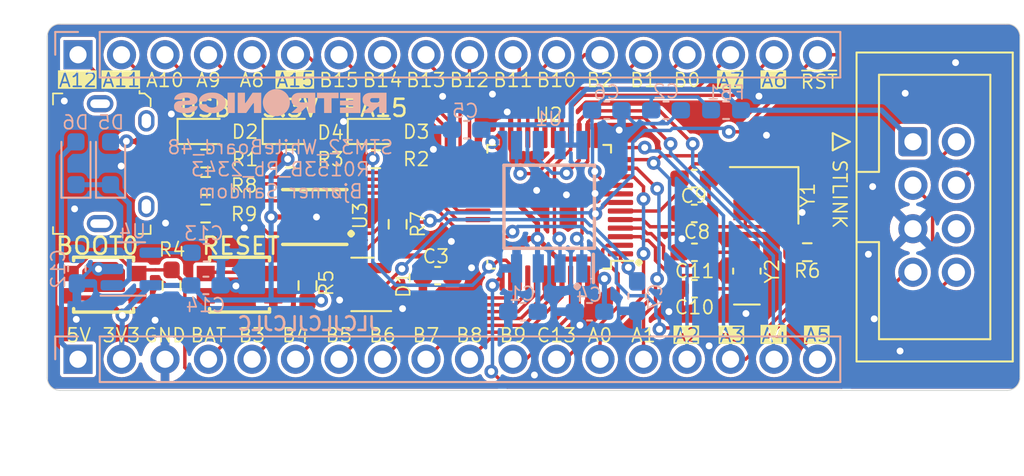
<source format=kicad_pcb>
(kicad_pcb (version 20221018) (generator pcbnew)
  (layers (0 "F.Cu" signal) (31 "B.Cu" signal) (34 "B.Paste" user) (35 "F.Paste" user) (36 "B.SilkS" user "B.Silkscreen") (37 "F.SilkS" user "F.Silkscreen") (38 "B.Mask" user) (39 "F.Mask" user) (44 "Edge.Cuts" user))
  (net 0 "")
  (net 1 "GND")
  (net 2 "+3.3V")
  (net 3 "PC13")
  (net 4 "PB15")
  (net 5 "PB14")
  (net 6 "PB13")
  (net 7 "PB12")
  (net 8 "PB11")
  (net 9 "PB10")
  (net 10 "PB9")
  (net 11 "PB8")
  (net 12 "PB7")
  (net 13 "PB6")
  (net 14 "PB5")
  (net 15 "PB4")
  (net 16 "PB2")
  (net 17 "PB1")
  (net 18 "PB0")
  (net 19 "PA0")
  (net 20 "PA1")
  (net 21 "PA8")
  (net 22 "PA9")
  (net 23 "PA10")
  (net 24 "RTC_BATT")
  (net 25 "Net-(D4-A)")
  (net 26 "VBUS")
  (net 27 "~{RESET}")
  (net 28 "PB3")
  (net 29 "PA2_TX2")
  (net 30 "PA3_RX2")
  (net 31 "+5V")
  (net 32 "Net-(D3-A)")
  (net 33 "Net-(D5-K)")
  (net 34 "Net-(U2-3V3A)")
  (net 35 "Net-(U2-VBAT)")
  (net 36 "Net-(U2-OSC_8M_A)")
  (net 37 "Net-(U2-OSC_8M_B)")
  (net 38 "Net-(U2-OSC32K_A)")
  (net 39 "Net-(U2-OSC32K_B)")
  (net 40 "Net-(J2-D-)")
  (net 41 "Net-(J2-D+)")
  (net 42 "Net-(U2-BOOT0)")
  (net 43 "Net-(D2-A)")
  (net 45 "PA13_SWDIO")
  (net 46 "PA14_SWCLK")
  (net 47 "PA15_LED")
  (net 48 "PA12_USB+")
  (net 49 "PA11_USB-")
  (net 50 "PA7_MOSI1")
  (net 51 "PA6_MISO1")
  (net 52 "PA5_SCK1")
  (net 53 "PA4_CS")
  (net 54 "Net-(U4-BYP)")
  (net 55 "Net-(U2-PA12_USB+)")
  (net 56 "Net-(U2-PA11_USB-)")
  (footprint "LED_SMD:LED_0603_1608Metric_Pad1.05x0.95mm_HandSolder" (layer "F.Cu") (at 107.4725 54.48)
    (fp_text reference "D2")
    (fp_text value "\"USB\"")
  )
  (footprint "Resistor_SMD:R_0603_1608Metric_Pad0.98x0.95mm_HandSolder" (layer "F.Cu") (at 107.45 56.06 180)
    (fp_text reference "R1")
    (fp_text value "1kΩ")
  )
  (footprint "Capacitor_SMD:C_0603_1608Metric_Pad1.08x0.95mm_HandSolder" (layer "F.Cu") (at 135.995 63.665 180)
    (fp_text reference "C10")
    (fp_text value "20pF")
  )
  (footprint "Resistor_SMD:R_0603_1608Metric_Pad0.98x0.95mm_HandSolder" (layer "F.Cu") (at 113.4 63.475 -90)
    (fp_text reference "R5")
    (fp_text value "10kΩ")
  )
  (footprint "Resistor_SMD:R_0603_1608Metric_Pad0.98x0.95mm_HandSolder" (layer "F.Cu") (at 112.41875 56.06 180)
    (fp_text reference "R3")
    (fp_text value "330Ω")
  )
  (footprint "Retronics_Switches:SKTHACE010" (layer "F.Cu") (at 109.431666 63.425 180)
    (fp_text reference "SW2" hide)
    (fp_text value "RESET" hide)
  )
  (footprint "Crystal:Crystal_SMD_MicroCrystal_CC8V-T1A-2Pin_2.0x1.2mm_HandSoldering" (layer "F.Cu") (at 139.055 62.635 90)
    (fp_text reference "Y2")
    (fp_text value "CM8V-T1A-32.768KHZ-12.5PF")
  )
  (footprint "Crystal:Crystal_SMD_3225-4Pin_3.2x2.5mm" (layer "F.Cu") (at 140.065 58.210833 180)
    (fp_text reference "Y1")
    (fp_text value "XC32M4-8.000")
  )
  (footprint "Capacitor_SMD:C_0603_1608Metric_Pad1.08x0.95mm_HandSolder" (layer "F.Cu") (at 121 62.9 180)
    (fp_text reference "C3")
    (fp_text value "100nF")
  )
  (footprint "Resistor_SMD:R_0603_1608Metric_Pad0.98x0.95mm_HandSolder" (layer "F.Cu") (at 117.3875 56.1 180)
    (fp_text reference "R2")
    (fp_text value "330Ω")
  )
  (footprint "Connector_IDC:IDC-Header_2x04_P2.54mm_Vertical" (layer "F.Cu") (at 148.75 55.08)
    (fp_text reference "J1" hide)
    (fp_text value "SWDIO+Serial")
  )
  (footprint "Capacitor_SMD:C_0603_1608Metric_Pad1.08x0.95mm_HandSolder" (layer "F.Cu") (at 135.9825 57.235 180)
    (fp_text reference "C9")
    (fp_text value "20pF")
  )
  (footprint "LED_SMD:LED_0603_1608Metric_Pad1.05x0.95mm_HandSolder" (layer "F.Cu") (at 112.44125 54.48)
    (fp_text reference "D4")
    (fp_text value "\"3V3\"")
  )
  (footprint "Retronics_IC:USBLC6-2SC6" (layer "F.Cu") (at 113.85 59.475 180)
    (fp_text reference "U3")
    (fp_text value "USBLC6-2P6" hide)
  )
  (footprint "Package_QFP:LQFP-48_7x7mm_P0.5mm" (layer "F.Cu") (at 127.511555 58.875109 180)
    (fp_text reference "U2")
    (fp_text value "STM32F103CBTx")
  )
  (footprint "Package_TO_SOT_SMD:SOT-23" (layer "F.Cu") (at 116.6075 63.41 180)
    (fp_text reference "D1")
    (fp_text value "BAT54C")
  )
  (footprint "Capacitor_SMD:C_0603_1608Metric_Pad1.08x0.95mm_HandSolder" (layer "F.Cu") (at 135.995 61.535)
    (fp_text reference "C11")
    (fp_text value "20pF")
  )
  (footprint "Capacitor_SMD:C_0603_1608Metric_Pad1.08x0.95mm_HandSolder" (layer "F.Cu") (at 135.9825 59.268333 180)
    (fp_text reference "C8")
    (fp_text value "20pF")
  )
  (footprint "Retronics_Switches:SKTHACE010" (layer "F.Cu") (at 101.495 63.425 180)
    (fp_text reference "SW1" hide)
    (fp_text value "BOOT0" hide)
  )
  (footprint "Resistor_SMD:R_0603_1608Metric_Pad0.98x0.95mm_HandSolder" (layer "F.Cu") (at 107.45 57.66 180)
    (fp_text reference "R8")
    (fp_text value "20Ω")
  )
  (footprint "LED_SMD:LED_0603_1608Metric_Pad1.05x0.95mm_HandSolder" (layer "F.Cu") (at 117.41 54.48)
    (fp_text reference "D3")
    (fp_text value "\"PA15\"")
  )
  (footprint "Resistor_SMD:R_0603_1608Metric_Pad0.98x0.95mm_HandSolder" (layer "F.Cu") (at 107.45 59.27 180)
    (fp_text reference "R9")
    (fp_text value "20Ω")
  )
  (footprint "Retronics_Connectors:USB_Micro_B_Female_10118194-0001LF" (layer "F.Cu") (at 103.99 56.36 -90)
    (fp_text reference "J2" hide)
    (fp_text value "USB_B_Micro")
  )
  (footprint "Resistor_SMD:R_0603_1608Metric_Pad0.98x0.95mm_HandSolder" (layer "F.Cu") (at 142.58 61.53 180)
    (fp_text reference "R6")
    (fp_text value "1MΩ")
  )
  (footprint "Resistor_SMD:R_0603_1608Metric_Pad0.98x0.95mm_HandSolder" (layer "F.Cu") (at 118.6625 59.9 90)
    (fp_text reference "R7")
    (fp_text value "1.5kΩ")
  )
  (footprint "Resistor_SMD:R_0603_1608Metric_Pad0.98x0.95mm_HandSolder" (layer "F.Cu") (at 105.463333 63.475 90)
    (fp_text reference "R4")
    (fp_text value "10kΩ")
  )
  (footprint "Icons_Graphics:retronics_logo_14mm" (layer "B.Cu") (at 111.806672 52.775 180)
    (fp_text reference "G***" hide)
    (fp_text value "LOGO" hide)
  )
  (footprint "Diode_SMD:D_SOD-323_HandSoldering" (layer "B.Cu") (at 101.9 56.3375 90)
    (fp_text reference "D5")
    (fp_text value "B0520WS")
  )
  (footprint "Capacitor_SMD:C_0603_1608Metric_Pad1.08x0.95mm_HandSolder" (layer "B.Cu") (at 132.645 64.095 90)
    (fp_text reference "C7")
    (fp_text value "100nF")
  )
  (footprint "Connector_PinHeader_2.54mm:PinHeader_1x18_P2.54mm_Vertical" (layer "B.Cu") (at 100 67.78 -90)
    (fp_text reference "J4" hide)
    (fp_text value "Header1")
  )
  (footprint "Inductor_SMD:L_0603_1608Metric_Pad1.05x0.95mm_HandSolder" (layer "B.Cu") (at 137.84 53.24)
    (fp_text reference "FB1")
    (fp_text value "Ferrite_Bead_Small")
  )
  (footprint "Capacitor_SMD:C_0603_1608Metric_Pad1.08x0.95mm_HandSolder" (layer "B.Cu") (at 134.335 53.245 180)
    (fp_text reference "C2")
    (fp_text value "10µF")
  )
  (footprint "Capacitor_SMD:C_0603_1608Metric_Pad1.08x0.95mm_HandSolder" (layer "B.Cu") (at 130.8725 53.245 180)
    (fp_text reference "C6")
    (fp_text value "100nF")
  )
  (footprint "Capacitor_SMD:C_0603_1608Metric_Pad1.08x0.95mm_HandSolder" (layer "B.Cu") (at 129.865 65.005 180)
    (fp_text reference "C4")
    (fp_text value "100nF")
  )
  (footprint "Connector_PinHeader_2.54mm:PinHeader_1x18_P2.54mm_Vertical" (layer "B.Cu") (at 100 50 -90)
    (fp_text reference "J3" hide)
    (fp_text value "Header2")
  )
  (footprint "Capacitor_SMD:C_0603_1608Metric_Pad1.08x0.95mm_HandSolder" (layer "B.Cu") (at 99.93 62.49 90)
    (fp_text reference "C12")
    (fp_text value "10µF")
  )
  (footprint "Capacitor_SMD:C_0603_1608Metric_Pad1.08x0.95mm_HandSolder" (layer "B.Cu") (at 125.985 65.005)
    (fp_text reference "C1")
    (fp_text value "100nF")
  )
  (footprint "Package_TO_SOT_SMD:SOT-23-5" (layer "B.Cu") (at 103.1175 62.51)
    (fp_text reference "U4")
    (fp_text value "LD3985M33R_SOT23")
  )
  (footprint "Diode_SMD:D_SOD-323_HandSoldering" (layer "B.Cu") (at 99.88 56.3375 90)
    (fp_text reference "D6")
    (fp_text value "B0520WS")
  )
  (footprint "Capacitor_SMD:C_0603_1608Metric_Pad1.08x0.95mm_HandSolder" (layer "B.Cu") (at 122.6875 54.375 180)
    (fp_text reference "C5")
    (fp_text value "100nF")
  )
  (footprint "Retronics_Memory:W25Q32JVSSIQ" (layer "B.Cu") (at 127.511555 58.875109 90)
    (fp_text reference "U1")
    (fp_text value "W25Q32JVSSIQ" hide)
  )
  (footprint "Capacitor_SMD:C_0603_1608Metric_Pad1.08x0.95mm_HandSolder" (layer "B.Cu") (at 107.4675 63.47 180)
    (fp_text reference "C14")
    (fp_text value "1µF")
  )
  (footprint "Capacitor_SMD:C_0603_1608Metric_Pad1.08x0.95mm_HandSolder" (layer "B.Cu") (at 107.4875 61.56 180)
    (fp_text reference "C13")
    (fp_text value "10nF")
  )
  (gr_line (start 98.2 48.95) (end 98.2 68.85) (stroke (width 0.05)) (layer "Edge.Cuts"))
  (gr_arc (start 154.25 48.2) (mid 154.78033 48.41967) (end 155 48.95) (stroke (width 0.05)) (layer "Edge.Cuts"))
  (gr_arc (start 98.95 69.6) (mid 98.41967 69.38033) (end 98.2 68.85) (stroke (width 0.05)) (layer "Edge.Cuts"))
  (gr_line (start 98.95 69.6) (end 154.25 69.6) (stroke (width 0.05)) (layer "Edge.Cuts"))
  (gr_arc (start 98.2 48.95) (mid 98.41967 48.41967) (end 98.95 48.2) (stroke (width 0.05)) (layer "Edge.Cuts"))
  (gr_line (start 155 68.85) (end 155 48.95) (stroke (width 0.05)) (layer "Edge.Cuts"))
  (gr_line (start 154.25 48.2) (end 98.95 48.2) (stroke (width 0.05)) (layer "Edge.Cuts"))
  (gr_arc (start 155 68.85) (mid 154.78033 69.38033) (end 154.25 69.6) (stroke (width 0.05)) (layer "Edge.Cuts"))
  (gr_text "JLCJLCJLCJLC" (at 117.659286 66.175) (layer "B.SilkS") (effects (font (size 0.8 0.8) (thickness 0.15) bold) (justify left bottom mirror)))
  (gr_text "." (at 129.7 63.8) (layer "B.SilkS") (effects (font (size 1.5 1.5) (thickness 0.3) bold) (justify left bottom mirror)))
  (gr_text locked "STM32_WhiteBoard_48\nR0153B_Pb_2343\nBjørner Sandom\n" (at 111.81 56.69) (layer "B.SilkS") (effects (font (size 0.8 0.8) (thickness 0.1)) (justify mirror)))
  (gr_text "A7" (at 137.306191 51.95) (layer "F.SilkS" knockout) (effects (font (size 0.8 0.8) (thickness 0.1)) (justify left bottom)))
  (gr_text "B5" (at 114.389048 66.85) (layer "F.SilkS") (effects (font (size 0.8 0.8) (thickness 0.1)) (justify left bottom)))
  (gr_text "B14" (at 116.548095 51.95) (layer "F.SilkS") (effects (font (size 0.8 0.8) (thickness 0.1)) (justify left bottom)))
  (gr_text "A3" (at 137.4 66.85) (layer "F.SilkS" knockout) (effects (font (size 0.8 0.8) (thickness 0.1)) (justify left bottom)))
  (gr_text "A9" (at 106.826191 51.95) (layer "F.SilkS") (effects (font (size 0.8 0.8) (thickness 0.1)) (justify left bottom)))
  (gr_text "STLINK" (at 144 56.05 -90) (layer "F.SilkS") (effects (font (size 0.8 0.8) (thickness 0.1)) (justify left bottom)))
  (gr_text "B10" (at 126.708095 51.95) (layer "F.SilkS") (effects (font (size 0.8 0.8) (thickness 0.1)) (justify left bottom)))
  (gr_text "GND" (at 103.790953 66.85) (layer "F.SilkS") (effects (font (size 0.8 0.8) (thickness 0.1)) (justify left bottom)))
  (gr_text "PA15" (at 115.381548 53.7) (layer "F.SilkS") (effects (font (size 1 1)) (justify left bottom)))
  (gr_text "A15" (at 111.525238 51.95) (layer "F.SilkS" knockout) (effects (font (size 0.8 0.8) (thickness 0.1)) (justify left bottom)))
  (gr_text "A1" (at 132.226191 66.85) (layer "F.SilkS") (effects (font (size 0.8 0.8) (thickness 0.1)) (justify left bottom)))
  (gr_text "BOOT0" (at 98.62 61.75) (layer "F.SilkS") (effects (font (size 1 1)) (justify left bottom)))
  (gr_text "B3" (at 109.309048 66.85) (layer "F.SilkS") (effects (font (size 0.8 0.8) (thickness 0.1)) (justify left bottom)))
  (gr_text "A11" (at 101.365238 51.95) (layer "F.SilkS" knockout) (effects (font (size 0.8 0.8) (thickness 0.1)) (justify left bottom)))
  (gr_text "B12" (at 121.628095 51.95) (layer "F.SilkS") (effects (font (size 0.8 0.8) (thickness 0.1)) (justify left bottom)))
  (gr_text "~{RST}" (at 142.125 52.05) (layer "F.SilkS") (effects (font (size 0.8 0.8) (thickness 0.1)) (justify left bottom)))
  (gr_text "RESET" (at 107.15 61.75) (layer "F.SilkS") (effects (font (size 1 1)) (justify left bottom)))
  (gr_text "USB" (at 105.825 53.71) (layer "F.SilkS") (effects (font (size 1 1)) (justify left bottom)))
  (gr_text "A5" (at 142.386191 66.85) (layer "F.SilkS" knockout) (effects (font (size 0.8 0.8) (thickness 0.1)) (justify left bottom)))
  (gr_text "B1" (at 132.169048 51.95) (layer "F.SilkS") (effects (font (size 0.8 0.8) (thickness 0.1)) (justify left bottom)))
  (gr_text "B0" (at 134.709048 51.95) (layer "F.SilkS") (effects (font (size 0.8 0.8) (thickness 0.1)) (justify left bottom)))
  (gr_text "3V3" (at 101.365238 66.85) (layer "F.SilkS") (effects (font (size 0.8 0.8) (thickness 0.1)) (justify left bottom)))
  (gr_text locked "3.3V" (at 110.674703 53.71) (layer "F.SilkS") (effects (font (size 1 1)) (justify left bottom)))
  (gr_text "A0" (at 129.686191 66.85) (layer "F.SilkS") (effects (font (size 0.8 0.8) (thickness 0.1)) (justify left bottom)))
  (gr_text "B4" (at 111.849048 66.85) (layer "F.SilkS") (effects (font (size 0.8 0.8) (thickness 0.1)) (justify left bottom)))
  (gr_text "A6" (at 139.846191 51.95) (layer "F.SilkS" knockout) (effects (font (size 0.8 0.8) (thickness 0.1)) (justify left bottom)))
  (gr_text "B6" (at 116.929048 66.85) (layer "F.SilkS") (effects (font (size 0.8 0.8) (thickness 0.1)) (justify left bottom)))
  (gr_text "B11" (at 124.168095 51.95) (layer "F.SilkS") (effects (font (size 0.8 0.8) (thickness 0.1)) (justify left bottom)))
  (gr_text "B15" (at 114.008095 51.95) (layer "F.SilkS") (effects (font (size 0.8 0.8) (thickness 0.1)) (justify left bottom)))
  (gr_text "." (at 132.2 62.4) (layer "F.SilkS") (effects (font (size 1.5 1.5) (thickness 0.3) bold) (justify left bottom)))
  (gr_text "A4" (at 139.846191 66.85) (layer "F.SilkS" knockout) (effects (font (size 0.8 0.8) (thickness 0.1)) (justify left bottom)))
  (gr_text "B13" (at 119.088095 51.95) (layer "F.SilkS") (effects (font (size 0.8 0.8) (thickness 0.1)) (justify left bottom)))
  (gr_text "B7" (at 119.469048 66.85) (layer "F.SilkS") (effects (font (size 0.8 0.8) (thickness 0.1)) (justify left bottom)))
  (gr_text "B2" (at 129.629048 51.95) (layer "F.SilkS") (effects (font (size 0.8 0.8) (thickness 0.1)) (justify left bottom)))
  (gr_text "B8" (at 122.009048 66.85) (layer "F.SilkS") (effects (font (size 0.8 0.8) (thickness 0.1)) (justify left bottom)))
  (gr_text "B9" (at 124.549048 66.85) (layer "F.SilkS") (effects (font (size 0.8 0.8) (thickness 0.1)) (justify left bottom)))
  (gr_text "A10" (at 103.905238 51.95) (layer "F.SilkS") (effects (font (size 0.8 0.8) (thickness 0.1)) (justify left bottom)))
  (gr_text "C13" (at 126.708095 66.85) (layer "F.SilkS") (effects (font (size 0.8 0.8) (thickness 0.1)) (justify left bottom)))
  (gr_text locked "5V" (at 99.25 66.85) (layer "F.SilkS") (effects (font (size 0.8 0.8) (thickness 0.1)) (justify left bottom)))
  (gr_text "A2" (at 134.766191 66.85) (layer "F.SilkS" knockout) (effects (font (size 0.8 0.8) (thickness 0.1)) (justify left bottom)))
  (gr_text "A8" (at 109.366191 51.95) (layer "F.SilkS") (effects (font (size 0.8 0.8) (thickness 0.1)) (justify left bottom)))
  (gr_text "A12" (at 98.825238 51.95) (layer "F.SilkS" knockout) (effects (font (size 0.8 0.8) (thickness 0.1)) (justify left bottom)))
  (gr_text "BAT" (at 106.502381 66.85) (layer "F.SilkS") (effects (font (size 0.8 0.8) (thickness 0.1)) (justify left bottom)))
  (segment (start 136.845 59.268333) (end 136.845 57.235) (width 0.2) (layer "F.Cu") (net 1))
  (segment (start 135.1325 63.665) (end 135.1325 64.3675) (width 0.2) (layer "F.Cu") (net 1))
  (segment (start 116.8125 54.495) (end 116.7975 54.48) (width 0.2) (layer "F.Cu") (net 1))
  (segment (start 125.261555 53.54) (end 125.062055 53.3405) (width 0.2) (layer "F.Cu") (net 1))
  (segment (start 115.5 53.9) (end 116.08 54.48) (width 0.2) (layer "F.Cu") (net 1))
  (segment (start 141.314167 59.21) (end 141.165 59.060833) (width 0.2) (layer "F.Cu") (net 1))
  (segment (start 139.440736 57.360833) (end 141.140736 59.060833) (width 0.2) (layer "F.Cu") (net 1))
  (segment (start 136.845 57.235) (end 138.839167 57.235) (width 0.2) (layer "F.Cu") (net 1))
  (segment (start 116.08 54.48) (end 116.535 54.48) (width 0.2) (layer "F.Cu") (net 1))
  (segment (start 106.5975 54.48) (end 106.47 54.48) (width 0.2) (layer "F.Cu") (net 1))
  (segment (start 141.140736 59.060833) (end 141.165 59.060833) (width 0.2) (layer "F.Cu") (net 1))
  (segment (start 142.28 59.21) (end 141.314167 59.21) (width 0.2) (layer "F.Cu") (net 1))
  (segment (start 129.31 65.79) (end 129.761555 65.338445) (width 0.2) (layer "F.Cu") (net 1))
  (segment (start 121.8 60.9) (end 122.025109 61.125109) (width 0.2) (layer "F.Cu") (net 1))
  (segment (start 135.1325 61.535) (end 135.1325 60.870333) (width 0.2) (layer "F.Cu") (net 1))
  (segment (start 135.1325 64.3675) (end 134.5 65) (width 0.2) (layer "F.Cu") (net 1))
  (segment (start 125.261555 54.712609) (end 125.261555 53.54) (width 0.2) (layer "F.Cu") (net 1))
  (segment (start 130.215109 58.125109) (end 130.19 58.1) (width 0.2) (layer "F.Cu") (net 1))
  (segment (start 129.761555 65.338445) (end 129.761555 63.037609) (width 0.2) (layer "F.Cu") (net 1))
  (segment (start 115.1 59.475) (end 113.925 59.475) (width 0.2) (layer "F.Cu") (net 1))
  (segment (start 103.99 57.66) (end 103.99 57.01) (width 0.2) (layer "F.Cu") (net 1))
  (segment (start 103.03 57.01) (end 103.99 57.01) (width 0.2) (layer "F.Cu") (net 1))
  (segment (start 131.674055 58.125109) (end 130.215109 58.125109) (width 0.2) (layer "F.Cu") (net 1))
  (segment (start 135.1325 60.870333) (end 135.26 60.742833) (width 0.2) (layer "F.Cu") (net 1))
  (segment (start 138.839167 57.235) (end 138.965 57.360833) (width 0.2) (layer "F.Cu") (net 1))
  (segment (start 106.47 54.48) (end 105.45 53.46) (width 0.2) (layer "F.Cu") (net 1))
  (segment (start 102.52 56.5) (end 103.03 57.01) (width 0.2) (layer "F.Cu") (net 1))
  (segment (start 138.965 57.360833) (end 139.440736 57.360833) (width 0.2) (layer "F.Cu") (net 1))
  (segment (start 122.025109 61.125109) (end 123.349055 61.125109) (width 0.2) (layer "F.Cu") (net 1))
  (via (at 120.75 55.525) (size 0.8) (drill 0.4) (layers "F.Cu" "B.Cu") (net 1))
  (via (at 136.85 67) (size 0.8) (drill 0.4) (layers "F.Cu" "B.Cu") (net 1))
  (via (at 139.76 52.42) (size 0.8) (drill 0.4) (layers "F.Cu" "B.Cu") (net 1))
  (via (at 146.49 65.42) (size 0.8) (drill 0.4) (layers "F.Cu" "B.Cu") (net 1))
  (via (at 125.062055 53.3405) (size 0.8) (drill 0.4) (layers "F.Cu" "B.Cu") (net 1))
  (via (at 151.24 50.46) (size 0.8) (drill 0.4) (layers "F.Cu" "B.Cu") (net 1))
  (via (at 118.95 64.825) (size 0.8) (drill 0.4) (layers "F.Cu" "B.Cu") (net 1))
  (via (at 142.28 59.21) (size 0.8) (drill 0.4) (layers "F.Cu" "B.Cu") (net 1))
  (via (at 115.275 64.325) (size 0.8) (drill 0.4) (layers "F.Cu" "B.Cu") (net 1))
  (via (at 148.3 52.25) (size 0.8) (drill 0.4) (layers "F.Cu" "B.Cu") (net 1))
  (via (at 121.8 60.9) (size 0.8) (drill 0.4) (layers "F.Cu" "B.Cu") (net 1))
  (via (at 135.26 60.742833) (size 0.8) (drill 0.4) (layers "F.Cu" "B.Cu") (net 1))
  (via (at 121.29 52.43) (size 0.8) (drill 0.4) (layers "F.Cu" "B.Cu") (net 1))
  (via (at 115.5 53.9) (size 0.8) (drill 0.4) (layers "F.Cu" "B.Cu") (net 1))
  (via (at 134.5 65) (size 0.8) (drill 0.4) (layers "F.Cu" "B.Cu") (net 1))
  (via (at 139 65.11) (size 0.8) (drill 0.4) (layers "F.Cu" "B.Cu") (net 1))
  (via (at 129.31 65.79) (size 0.8) (drill 0.4) (layers "F.Cu" "B.Cu") (net 1))
  (via (at 105.11 59.83) (size 0.8) (drill 0.4) (layers "F.Cu" "B.Cu") (net 1))
  (via (at 126.65 68.7) (size 0.8) (drill 0.4) (layers "F.Cu" "B.Cu") (net 1))
  (via (at 101.1945 62.51) (size 0.8) (drill 0.4) (layers "F.Cu" "B.Cu") (net 1))
  (via (at 99.8 59) (size 0.8) (drill 0.4) (layers "F.Cu" "B.Cu") (net 1))
  (via (at 109.71 60.11) (size 0.8) (drill 0.4) (layers "F.Cu" "B.Cu") (net 1))
  (via (at 131.6 54.4) (size 0.8) (drill 0.4) (layers "F.Cu" "B.Cu") (net 1))
  (via (at 126.78 57.92) (size 0.8) (drill 0.4) (layers "F.Cu" "B.Cu") (net 1))
  (via (at 102.52 56.5) (size 0.8) (drill 0.4) (layers "F.Cu" "B.Cu") (net 1))
  (via (at 99.9 65.45) (size 0.8) (drill 0.4) (layers "F.Cu" "B.Cu") (net 1))
  (via (at 146.15 61.65) (size 0.8) (drill 0.4) (layers "F.Cu" "B.Cu") (net 1))
  (via (at 104.5 65.5) (size 0.8) (drill 0.4) (layers "F.Cu" "B.Cu") (net 1))
  (via (at 146.4 57.7) (size 0.8) (drill 0.4) (layers "F.Cu" "B.Cu") (net 1))
  (via (at 128.5195 58.18) (size 0.8) (drill 0.4) (layers "F.Cu" "B.Cu") (net 1))
  (via (at 122.98 62.44) (size 0.8) (drill 0.4) (layers "F.Cu" "B.Cu") (net 1))
  (via (at 124.2 52.3) (size 0.8) (drill 0.4) (layers "F.Cu" "B.Cu") (net 1))
  (via (at 99.2 52.7) (size 0.8) (drill 0.4) (layers "F.Cu" "B.Cu") (net 1))
  (via (at 140.2 54.7) (size 0.8) (drill 0.4) (layers "F.Cu" "B.Cu") (net 1))
  (via (at 148 67.3) (size 0.8) (drill 0.4) (layers "F.Cu" "B.Cu") (net 1))
  (via (at 109.22 63.5) (size 0.8) (drill 0.4) (layers "F.Cu" "B.Cu") (net 1))
  (via (at 105.45 53.46) (size 0.8) (drill 0.4) (layers "F.Cu" "B.Cu") (net 1))
  (via (at 130.19 58.1) (size 0.8) (drill 0.4) (layers "F.Cu" "B.Cu") (net 1))
  (via (at 113.925 59.475) (size 0.8) (drill 0.4) (layers "F.Cu" "B.Cu") (net 1))
  (segment (start 100.7725 62.51) (end 99.93 63.3525) (width 0.2) (layer "B.Cu") (net 1))
  (segment (start 125.606555 62.475109) (end 125.575 62.506664) (width 0.2) (layer "B.Cu") (net 1))
  (segment (start 134.4225 54.02) (end 135.1975 53.245) (width 0.2) (layer "B.Cu") (net 1))
  (segment (start 129.0025 65.4825) (end 129.31 65.79) (width 0.2) (layer "B.Cu") (net 1))
  (segment (start 108.35 61.56) (end 108.35 63.45) (width 0.2) (layer "B.Cu") (net 1))
  (segment (start 100.91 62.51) (end 100.9 62.5) (width 0.2) (layer "B.Cu") (net 1))
  (segment (start 99.93 63.3525) (end 99.93 65.42) (width 0.5) (layer "B.Cu") (net 1))
  (segment (start 108.35 63.45) (end 108.33 63.47) (width 0.2) (layer "B.Cu") (net 1))
  (segment (start 131.735 53.245) (end 131.735 54.265) (width 0.2) (layer "B.Cu") (net 1))
  (segment (start 131.735 53.245) (end 132.51 54.02) (width 0.2) (layer "B.Cu") (net 1))
  (segment (start 100.9 62.5) (end 100.89 62.51) (width 0.2) (layer "B.Cu") (net 1))
  (segment (start 99.93 65.42) (end 99.9 65.45) (width 0.5) (layer "B.Cu") (net 1))
  (segment (start 132.51 54.02) (end 134.4225 54.02) (width 0.2) (layer "B.Cu") (net 1))
  (segment (start 100.89 62.51) (end 100.7725 62.51) (width 0.2) (layer "B.Cu") (net 1))
  (segment (start 129.0025 65.005) (end 129.0025 65.4825) (width 0.2) (layer "B.Cu") (net 1))
  (segment (start 131.735 54.265) (end 131.6 54.4) (width 0.2) (layer "B.Cu") (net 1))
  (segment (start 125.575 64.5525) (end 125.1225 65.005) (width 0.2) (layer "B.Cu") (net 1))
  (segment (start 125.575 62.506664) (end 125.575 64.5525) (width 0.2) (layer "B.Cu") (net 1))
  (segment (start 101.98 62.51) (end 100.91 62.51) (width 0.2) (layer "B.Cu") (net 1))
  (segment (start 118.6625 60.8125) (end 118.6625 61.7375) (width 0.3) (layer "F.Cu") (net 2))
  (segment (start 130.261555 62.199067) (end 130.261555 63.037609) (width 0.3) (layer "F.Cu") (net 2))
  (segment (start 118.2675 61.7375) (end 117.545 62.46) (width 0.3) (layer "F.Cu") (net 2))
  (segment (start 121.8625 62.9) (end 121.8625 61.7875) (width 0.3) (layer "F.Cu") (net 2))
  (segment (start 112.6 59.475) (end 111.275 59.475) (width 0.3) (layer "F.Cu") (net 2))
  (segment (start 124.834535 55.754535) (end 124.185 55.105) (width 0.3) (layer "F.Cu") (net 2))
  (segment (start 114.2 63.435392) (end 115.175392 62.46) (width 0.3) (layer "F.Cu") (net 2))
  (segment (start 126.83 60.729) (end 126.83 59.85) (width 0.3) (layer "F.Cu") (net 2))
  (segment (start 119.575 61.75) (end 118.65 61.75) (width 0.3) (layer "F.Cu") (net 2))
  (segment (start 114.2 64.35) (end 113.4375 64.35) (width 0.3) (layer "F.Cu") (net 2))
  (segment (start 119.575 61.75) (end 121.825 61.75) (width 0.3) (layer "F.Cu") (net 2))
  (segment (start 124.784104 61.0795) (end 124.238495 61.625109) (width 0.3) (layer "F.Cu") (net 2))
  (segment (start 124.834535 57.854535) (end 124.834535 55.754535) (width 0.3) (layer "F.Cu") (net 2))
  (segment (start 125.9885 61.0795) (end 126.339 60.729) (width 0.3) (layer "F.Cu") (net 2))
  (segment (start 118.6625 61.7375) (end 118.65 61.75) (width 0.3) (layer "F.Cu") (net 2))
  (segment (start 121.8625 61.7875) (end 121.825 61.75) (width 0.3) (layer "F.Cu") (net 2))
  (segment (start 128.0315 61.9305) (end 129.992988 61.9305) (width 0.3) (layer "F.Cu") (net 2))
  (segment (start 124.761555 54.712609) (end 124.577391 54.712609) (width 0.3) (layer "F.Cu") (net 2))
  (segment (start 113.4375 64.35) (end 113.4 64.3875) (width 0.3) (layer "F.Cu") (net 2))
  (segment (start 121.825 61.75) (end 122.475109 61.75) (width 0.3) (layer "F.Cu") (net 2))
  (segment (start 126.8 60.759) (end 126.83 60.729) (width 0.3) (layer "F.Cu") (net 2))
  (segment (start 118.6625 61.7375) (end 118.2675 61.7375) (width 0.3) (layer "F.Cu") (net 2))
  (segment (start 130.7355 63.073779) (end 130.297725 63.073779) (width 0.3) (layer "F.Cu") (net 2))
  (segment (start 115.175392 62.46) (end 117.545 62.46) (width 0.3) (layer "F.Cu") (net 2))
  (segment (start 125.46 61.0795) (end 125.9885 61.0795) (width 0.3) (layer "F.Cu") (net 2))
  (segment (start 130.297725 63.073779) (end 130.261555 63.037609) (width 0.3) (layer "F.Cu") (net 2))
  (segment (start 125.46 61.0795) (end 124.784104 61.0795) (width 0.3) (layer "F.Cu") (net 2))
  (segment (start 124.577391 54.712609) (end 124.185 55.105) (width 0.3) (layer "F.Cu") (net 2))
  (segment (start 126.83 60.729) (end 128.0315 61.9305) (width 0.3) (layer "F.Cu") (net 2))
  (segment (start 101.88 64.205) (end 99.32 64.205) (width 0.3) (layer "F.Cu") (net 2))
  (segment (start 126.83 60.729) (end 126.339 60.729) (width 0.3) (layer "F.Cu") (net 2))
  (segment (start 124.238495 61.625109) (end 123.349055 61.625109) (width 0.3) (layer "F.Cu") (net 2))
  (segment (start 101.88 64.51) (end 102.59 65.22) (width 0.3) (layer "F.Cu") (net 2))
  (segment (start 122.6 61.625109) (end 123.349055 61.625109) (width 0.3) (layer "F.Cu") (net 2))
  (segment (start 102.92 64.205) (end 101.88 64.205) (width 0.3) (layer "F.Cu") (net 2))
  (segment (start 122.475109 61.75) (end 122.6 61.625109) (width 0.3) (layer "F.Cu") (net 2))
  (segment (start 114.2 64.35) (end 114.2 63.435392) (width 0.3) (layer "F.Cu") (net 2))
  (segment (start 101.88 64.205) (end 101.88 64.51) (width 0.3) (layer "F.Cu") (net 2))
  (segment (start 129.992988 61.9305) (end 130.261555 62.199067) (width 0.3) (layer "F.Cu") (net 2))
  (segment (start 126.83 59.85) (end 124.834535 57.854535) (width 0.3) (layer "F.Cu") (net 2))
  (via (at 114.2 64.35) (size 0.8) (drill 0.4) (layers "F.Cu" "B.Cu") (net 2))
  (via (at 124.185 55.105) (size 0.8) (drill 0.4) (layers "F.Cu" "B.Cu") (net 2))
  (via (at 111.275 59.475) (size 0.8) (drill 0.4) (layers "F.Cu" "B.Cu") (net 2))
  (via (at 126.83 60.729) (size 0.8) (drill 0.4) (layers "F.Cu" "B.Cu") (net 2))
  (via (at 112.24425 56.092833) (size 0.8) (drill 0.4) (layers "F.Cu" "B.Cu") (net 2))
  (via (at 102.59 65.22) (size 0.8) (drill 0.4) (layers "F.Cu" "B.Cu") (net 2))
  (via (at 130.7355 63.073779) (size 0.8) (drill 0.4) (layers "F.Cu" "B.Cu") (net 2))
  (segment (start 124.185 55.105) (end 124.185 55.01) (width 0.3) (layer "B.Cu") (net 2))
  (segment (start 113.825 64.32) (end 112.275 64.32) (width 0.3) (layer "B.Cu") (net 2))
  (segment (start 128.79 54.09) (end 128.8 54.1) (width 0.3) (layer "B.Cu") (net 2))
  (segment (start 114.2 64.35) (end 113.855 64.35) (width 0.3) (layer "B.Cu") (net 2))
  (segment (start 111.275 59.475) (end 111.275 57.062083) (width 0.3) (layer "B.Cu") (net 2))
  (segment (start 123.55 54.375) (end 123.835 54.09) (width 0.3) (layer "B.Cu") (net 2))
  (segment (start 129.66 52.02) (end 137.495 52.02) (width 0.3) (layer "B.Cu") (net 2))
  (segment (start 130.7355 64.997) (end 130.7275 65.005) (width 0.3) (layer "B.Cu") (net 2))
  (segment (start 126.83 60.729) (end 126.83 61.69) (width 0.3) (layer "B.Cu") (net 2))
  (segment (start 128.8 53.13) (end 128.8 52.88) (width 0.3) (layer "B.Cu") (net 2))
  (segment (start 111.275 64.32) (end 107.455 64.32) (width 0.3) (layer "B.Cu") (net 2))
  (segment (start 113.855 64.35) (end 113.825 64.32) (width 0.3) (layer "B.Cu") (net 2))
  (segment (start 123.835 54.09) (end 128.79 54.09) (width 0.3) (layer "B.Cu") (net 2))
  (segment (start 126.83 61.69) (end 126.876555 61.736555) (width 0.3) (layer "B.Cu") (net 2))
  (segment (start 102.59 65.22) (end 102.54 65.175) (width 0.3) (layer "B.Cu") (net 2))
  (segment (start 128.8 55.275109) (end 128.8 54.54) (width 0.3) (layer "B.Cu") (net 2))
  (segment (start 112.275 64.32) (end 111.275 64.32) (width 0.3) (layer "B.Cu") (net 2))
  (segment (start 126.8475 65.005) (end 126.8475 63.86) (width 0.3) (layer "B.Cu") (net 2))
  (segment (start 102.54 65.175) (end 104.255 63.46) (width 0.3) (layer "B.Cu") (net 2))
  (segment (start 124.185 55.01) (end 123.55 54.375) (width 0.3) (layer "B.Cu") (net 2))
  (segment (start 126.8475 62.504164) (end 126.876555 62.475109) (width 0.3) (layer "B.Cu") (net 2))
  (segment (start 111.275 57.062083) (end 112.24425 56.092833) (width 0.3) (layer "B.Cu") (net 2))
  (segment (start 129.416555 55.275109) (end 128.8 55.275109) (width 0.3) (layer "B.Cu") (net 2))
  (segment (start 102.54 67.78) (end 102.59 65.22) (width 0.3) (layer "B.Cu") (net 2))
  (segment (start 126.8475 63.86) (end 126.8475 62.504164) (width 0.3) (layer "B.Cu") (net 2))
  (segment (start 128.86 52.82) (end 128.965 52.715) (width 0.3) (layer "B.Cu") (net 2))
  (segment (start 106.605 63.47) (end 104.265 63.47) (width 0.3) (layer "B.Cu") (net 2))
  (segment (start 126.876555 61.736555) (end 126.876555 62.475109) (width 0.3) (layer "B.Cu") (net 2))
  (segment (start 128.8 54.54) (end 128.8 53.13) (width 0.3) (layer "B.Cu") (net 2))
  (segment (start 138.715 53.24) (end 146.91 53.24) (width 0.3) (layer "B.Cu") (net 2))
  (segment (start 130.7355 63.073779) (end 130.7355 64.997) (width 0.3) (layer "B.Cu") (net 2))
  (segment (start 137.495 52.02) (end 138.715 53.24) (width 0.3) (layer "B.Cu") (net 2))
  (segment (start 128.8 55.275109) (end 128.146555 55.275109) (width 0.3) (layer "B.Cu") (net 2))
  (segment (start 146.91 53.24) (end 148.75 55.08) (width 0.3) (layer "B.Cu") (net 2))
  (segment (start 128.8 52.88) (end 128.965 52.715) (width 0.3) (layer "B.Cu") (net 2))
  (segment (start 107.455 64.32) (end 106.605 63.47) (width 0.3) (layer "B.Cu") (net 2))
  (segment (start 128.965 52.715) (end 129.66 52.02) (width 0.3) (layer "B.Cu") (net 2))
  (segment (start 104.265 63.47) (end 104.255 63.46) (width 0.3) (layer "B.Cu") (net 2))
  (segment (start 128.8 52.88) (end 128.86 52.82) (width 0.3) (layer "B.Cu") (net 2))
  (segment (start 111.275 64.32) (end 111.275 59.475) (width 0.3) (layer "B.Cu") (net 2))
  (segment (start 131.674055 61.125109) (end 130.906225 61.125109) (width 0.2) (layer "F.Cu") (net 3))
  (segment (start 131.535 64.705) (end 128.46 67.78) (width 0.2) (layer "F.Cu") (net 3))
  (segment (start 130.906225 61.125109) (end 130.636555 61.394779) (width 0.2) (layer "F.Cu") (net 3))
  (segment (start 131.535 62.785) (end 131.535 64.705) (width 0.2) (layer "F.Cu") (net 3))
  (segment (start 130.636555 61.394779) (end 130.636555 61.886555) (width 0.2) (layer "F.Cu") (net 3))
  (segment (start 130.636555 61.886555) (end 131.535 62.785) (width 0.2) (layer "F.Cu") (net 3))
  (segment (start 128.46 67.78) (end 127.94 67.78) (width 0.2) (layer "F.Cu") (net 3))
  (segment (start 121.511555 56.686809) (end 121.511555 54.277241) (width 0.2) (layer "F.Cu") (net 4))
  (segment (start 123.349055 57.625109) (end 122.449855 57.625109) (width 0.2) (layer "F.Cu") (net 4))
  (segment (start 118.434314 51.2) (end 116.44 51.2) (width 0.2) (layer "F.Cu") (net 4))
  (segment (start 121.511555 54.277241) (end 118.434314 51.2) (width 0.2) (layer "F.Cu") (net 4))
  (segment (start 116.44 51.2) (end 115.24 50) (width 0.2) (layer "F.Cu") (net 4))
  (segment (start 122.449855 57.625109) (end 121.511555 56.686809) (width 0.2) (layer "F.Cu") (net 4))
  (segment (start 117.8 50) (end 117.78 50) (width 0.2) (layer "F.Cu") (net 5))
  (segment (start 117.15 50) (end 117.78 50) (width 0.2) (layer "F.Cu") (net 5))
  (segment (start 122.51554 57.125109) (end 121.911555 56.521124) (width 0.2) (layer "F.Cu") (net 5))
  (segment (start 121.911555 56.521124) (end 121.911555 54.111555) (width 0.2) (layer "F.Cu") (net 5))
  (segment (start 123.349055 57.125109) (end 122.51554 57.125109) (width 0.2) (layer "F.Cu") (net 5))
  (segment (start 121.911555 54.111555) (end 117.8 50) (width 0.2) (layer "F.Cu") (net 5))
  (segment (start 122.581225 56.625109) (end 122.311555 56.355439) (width 0.2) (layer "F.Cu") (net 6))
  (segment (start 122.311555 56.355439) (end 122.311555 52.361555) (width 0.2) (layer "F.Cu") (net 6))
  (segment (start 123.349055 56.625109) (end 122.581225 56.625109) (width 0.2) (layer "F.Cu") (net 6))
  (segment (start 120.32 50.37) (end 120.32 50) (width 0.2) (layer "F.Cu") (net 6))
  (segment (start 122.311555 52.361555) (end 120.32 50.37) (width 0.2) (layer "F.Cu") (net 6))
  (segment (start 122.86 55.636054) (end 122.86 50) (width 0.2) (layer "F.Cu") (net 7))
  (segment (start 123.349055 56.125109) (end 122.86 55.636054) (width 0.2) (layer "F.Cu") (net 7))
  (segment (start 125.761555 54.712609) (end 125.761555 50.361555) (width 0.2) (layer "F.Cu") (net 8))
  (segment (start 125.761555 50.361555) (end 125.4 50) (width 0.2) (layer "F.Cu") (net 8))
  (segment (start 126.261555 51.678445) (end 127.94 50) (width 0.2) (layer "F.Cu") (net 9))
  (segment (start 126.261555 54.712609) (end 126.261555 51.678445) (width 0.2) (layer "F.Cu") (net 9))
  (segment (start 125.4 67.78) (end 126.16 67.78) (width 0.2) (layer "F.Cu") (net 10))
  (segment (start 126.16 67.78) (end 129.261555 64.678445) (width 0.2) (layer "F.Cu") (net 10))
  (segment (start 129.261555 64.678445) (end 129.261555 63.037609) (width 0.2) (layer "F.Cu") (net 10))
  (segment (start 124.04 66.6) (end 122.86 67.78) (width 0.2) (layer "F.Cu") (net 11))
  (segment (start 126.774314 66.6) (end 124.04 66.6) (width 0.2) (layer "F.Cu") (net 11))
  (segment (start 128.761555 64.612759) (end 126.774314 66.6) (width 0.2) (layer "F.Cu") (net 11))
  (segment (start 128.761555 63.037609) (end 128.761555 64.612759) (width 0.2) (layer "F.Cu") (net 11))
  (segment (start 120.32 67.78) (end 122.3 65.8) (width 0.2) (layer "F.Cu") (net 12))
  (segment (start 127.761555 64.068183) (end 127.761555 63.037609) (width 0.2) (layer "F.Cu") (net 12))
  (segment (start 126.029738 65.8) (end 127.761555 64.068183) (width 0.2) (layer "F.Cu") (net 12))
  (segment (start 122.3 65.8) (end 126.029738 65.8) (width 0.2) (layer "F.Cu") (net 12))
  (segment (start 117.78 67.78) (end 118.81 66.75) (width 0.2) (layer "F.Cu") (net 13))
  (segment (start 125.864052 65.4) (end 127.261555 64.002497) (width 0.2) (layer "F.Cu") (net 13))
  (segment (start 119.724315 66.75) (end 121.074315 65.4) (width 0.2) (layer "F.Cu") (net 13))
  (segment (start 118.81 66.75) (end 119.724315 66.75) (width 0.2) (layer "F.Cu") (net 13))
  (segment (start 121.074315 65.4) (end 125.864052 65.4) (width 0.2) (layer "F.Cu") (net 13))
  (segment (start 127.261555 64.002497) (end 127.261555 63.037609) (width 0.2) (layer "F.Cu") (net 13))
  (segment (start 125.698366 65) (end 126.761555 63.936811) (width 0.2) (layer "F.Cu") (net 14))
  (segment (start 115.24 67.78) (end 116.67 66.35) (width 0.2) (layer "F.Cu") (net 14))
  (segment (start 126.761555 63.936811) (end 126.761555 63.037609) (width 0.2) (layer "F.Cu") (net 14))
  (segment (start 119.558629 66.35) (end 120.90863 65) (width 0.2) (layer "F.Cu") (net 14))
  (segment (start 120.90863 65) (end 125.698366 65) (width 0.2) (layer "F.Cu") (net 14))
  (segment (start 116.67 66.35) (end 119.558629 66.35) (width 0.2) (layer "F.Cu") (net 14))
  (segment (start 114.53 65.95) (end 119.392945 65.95) (width 0.2) (layer "F.Cu") (net 15))
  (segment (start 126.261555 63.871125) (end 126.261555 63.037609) (width 0.2) (layer "F.Cu") (net 15))
  (segment (start 119.392945 65.95) (end 120.742945 64.6) (width 0.2) (layer "F.Cu") (net 15))
  (segment (start 125.53268 64.6) (end 126.261555 63.871125) (width 0.2) (layer "F.Cu") (net 15))
  (segment (start 112.7 67.78) (end 114.53 65.95) (width 0.2) (layer "F.Cu") (net 15))
  (segment (start 120.742945 64.6) (end 125.53268 64.6) (width 0.2) (layer "F.Cu") (net 15))
  (segment (start 129.59 50) (end 130.48 50) (width 0.2) (layer "F.Cu") (net 16))
  (segment (start 126.761555 54.712609) (end 126.761555 52.828445) (width 0.2) (layer "F.Cu") (net 16))
  (segment (start 126.761555 52.828445) (end 129.59 50) (width 0.2) (layer "F.Cu") (net 16))
  (segment (start 127.261555 54.712609) (end 127.261555 52.894131) (width 0.2) (layer "F.Cu") (net 17))
  (segment (start 131.85 51.17) (end 133.02 50) (width 0.2) (layer "F.Cu") (net 17))
  (segment (start 127.261555 52.894131) (end 128.985686 51.17) (width 0.2) (layer "F.Cu") (net 17))
  (segment (start 128.985686 51.17) (end 131.85 51.17) (width 0.2) (layer "F.Cu") (net 17))
  (segment (start 127.72 54.671054) (end 127.72 53.001372) (width 0.2) (layer "F.Cu") (net 18))
  (segment (start 127.761555 54.712609) (end 127.72 54.671054) (width 0.2) (layer "F.Cu") (net 18))
  (segment (start 129.151372 51.57) (end 133.99 51.57) (width 0.2) (layer "F.Cu") (net 18))
  (segment (start 127.72 53.001372) (end 129.151372 51.57) (width 0.2) (layer "F.Cu") (net 18))
  (segment (start 133.99 51.57) (end 135.56 50) (width 0.2) (layer "F.Cu") (net 18))
  (segment (start 133.0205 58.425609) (end 133.0205 57.703724) (width 0.2) (layer "F.Cu") (net 19))
  (segment (start 130.48 67.78) (end 130.48 66.62) (width 0.2) (layer "F.Cu") (net 19))
  (segment (start 133.0205 57.703724) (end 132.441885 57.125109) (width 0.2) (layer "F.Cu") (net 19))
  (segment (start 133.0205 64.0795) (end 133.0205 61.61) (width 0.2) (layer "F.Cu") (net 19))
  (segment (start 132.441885 57.125109) (end 131.674055 57.125109) (width 0.2) (layer "F.Cu") (net 19))
  (segment (start 130.48 66.62) (end 133.0205 64.0795) (width 0.2) (layer "F.Cu") (net 19))
  (via (at 133.0205 58.425609) (size 0.8) (drill 0.4) (layers "F.Cu" "B.Cu") (net 19))
  (via (at 133.0205 61.61) (size 0.8) (drill 0.4) (layers "F.Cu" "B.Cu") (net 19))
  (segment (start 133.0205 58.425609) (end 133.0205 61.61) (width 0.2) (layer "B.Cu") (net 19))
  (segment (start 133.02 65.23) (end 133.72 64.53) (width 0.2) (layer "F.Cu") (net 20))
  (segment (start 133.02 67.78) (end 133.02 65.23) (width 0.2) (layer "F.Cu") (net 20))
  (segment (start 132.62015 56.625109) (end 131.674055 56.625109) (width 0.2) (layer "F.Cu") (net 20))
  (segment (start 133.72 64.53) (end 133.72 63.186872) (width 0.2) (layer "F.Cu") (net 20))
  (segment (start 133.72 63.186872) (end 133.813814 63.093058) (width 0.2) (layer "F.Cu") (net 20))
  (segment (start 133.817514 57.822473) (end 132.62015 56.625109) (width 0.2) (layer "F.Cu") (net 20))
  (via (at 133.813814 63.093058) (size 0.8) (drill 0.4) (layers "F.Cu" "B.Cu") (net 20))
  (via (at 133.817514 57.822473) (size 0.8) (drill 0.4) (layers "F.Cu" "B.Cu") (net 20))
  (segment (start 133.92 62.986872) (end 133.813814 63.093058) (width 0.2) (layer "B.Cu") (net 20))
  (segment (start 133.817514 57.822473) (end 133.92 57.924959) (width 0.2) (layer "B.Cu") (net 20))
  (segment (start 133.92 57.924959) (end 133.92 62.986872) (width 0.2) (layer "B.Cu") (net 20))
  (segment (start 114.14125 55.45) (end 115.56625 56.875) (width 0.2) (layer "F.Cu") (net 21))
  (segment (start 121.074891 56.875) (end 122.325 58.125109) (width 0.2) (layer "F.Cu") (net 21))
  (segment (start 110.16 50) (end 114.14125 53.98125) (width 0.2) (layer "F.Cu") (net 21))
  (segment (start 115.56625 56.875) (end 121.074891 56.875) (width 0.2) (layer "F.Cu") (net 21))
  (segment (start 114.14125 53.98125) (end 114.14125 55.45) (width 0.2) (layer "F.Cu") (net 21))
  (segment (start 122.325 58.125109) (end 123.349055 58.125109) (width 0.2) (layer "F.Cu") (net 21))
  (segment (start 110 56.5) (end 110.640555 57.140555) (width 0.2) (layer "F.Cu") (net 22))
  (segment (start 107.62 50) (end 110 52.38) (width 0.2) (layer "F.Cu") (net 22))
  (segment (start 110 52.38) (end 110 56.5) (width 0.2) (layer "F.Cu") (net 22))
  (segment (start 122.25 58.625109) (end 123.349055 58.625109) (width 0.2) (layer "F.Cu") (net 22))
  (segment (start 120.899891 57.275) (end 122.25 58.625109) (width 0.2) (layer "F.Cu") (net 22))
  (segment (start 115.400565 57.275) (end 120.899891 57.275) (width 0.2) (layer "F.Cu") (net 22))
  (segment (start 115.26612 57.140555) (end 115.400565 57.275) (width 0.2) (layer "F.Cu") (net 22))
  (segment (start 110.640555 57.140555) (end 115.26612 57.140555) (width 0.2) (layer "F.Cu") (net 22))
  (segment (start 110.47487 57.540555) (end 115.100435 57.540555) (width 0.2) (layer "F.Cu") (net 23))
  (segment (start 107.795686 51.3) (end 109.6 53.104314) (width 0.2) (layer "F.Cu") (net 23))
  (segment (start 109.6 53.104314) (end 109.6 56.665685) (width 0.2) (layer "F.Cu") (net 23))
  (segment (start 115.23488 57.675) (end 120.734205 57.675) (width 0.2) (layer "F.Cu") (net 23))
  (segment (start 115.100435 57.540555) (end 115.23488 57.675) (width 0.2) (layer "F.Cu") (net 23))
  (segment (start 120.734205 57.675) (end 122.184314 59.125109) (width 0.2) (layer "F.Cu") (net 23))
  (segment (start 106.38 51.3) (end 107.795686 51.3) (width 0.2) (layer "F.Cu") (net 23))
  (segment (start 105.08 50) (end 106.38 51.3) (width 0.2) (layer "F.Cu") (net 23))
  (segment (start 109.6 56.665685) (end 110.47487 57.540555) (width 0.2) (layer "F.Cu") (net 23))
  (segment (start 122.184314 59.125109) (end 123.349055 59.125109) (width 0.2) (layer "F.Cu") (net 23))
  (segment (start 114.19863 65.15) (end 113.316472 66.032157) (width 0.2) (layer "F.Cu") (net 24))
  (segment (start 116.77 65.15) (end 114.19863 65.15) (width 0.2) (layer "F.Cu") (net 24))
  (segment (start 117.56 64.36) (end 116.77 65.15) (width 0.2) (layer "F.Cu") (net 24))
  (segment (start 109.367843 66.032157) (end 107.62 67.78) (width 0.2) (layer "F.Cu") (net 24))
  (segment (start 113.316472 66.032157) (end 109.367843 66.032157) (width 0.2) (layer "F.Cu") (net 24))
  (segment (start 113.33125 56.06) (end 113.33125 54.495) (width 0.2) (layer "F.Cu") (net 25))
  (segment (start 113.33125 54.495) (end 113.31625 54.48) (width 0.2) (layer "F.Cu") (net 25))
  (segment (start 103.99 55.06) (end 102.835 55.06) (width 0.3) (layer "F.Cu") (net 26))
  (segment (start 102.835 55.06) (end 102.825 55.05) (width 0.3) (layer "F.Cu") (net 26))
  (segment (start 105.5375 55.06) (end 106.5375 56.06) (width 0.3) (layer "F.Cu") (net 26))
  (segment (start 103.99 55.06) (end 105.5375 55.06) (width 0.3) (layer "F.Cu") (net 26))
  (via (at 102.825 55.05) (size 0.8) (drill 0.4) (layers "F.Cu" "B.Cu") (net 26))
  (segment (start 102.825 55.05) (end 101.9375 55.05) (width 0.3) (layer "B.Cu") (net 26))
  (segment (start 101.9375 55.05) (end 101.9 55.0875) (width 0.3) (layer "B.Cu") (net 26))
  (segment (start 118.45236 59.775) (end 120.468795 59.775) (width 0.2) (layer "F.Cu") (net 27))
  (segment (start 116.21736 62.01) (end 118.45236 59.775) (width 0.2) (layer "F.Cu") (net 27))
  (segment (start 148.1 50) (end 152.6 54.5) (width 0.2) (layer "F.Cu") (net 27))
  (segment (start 152.6 54.5) (end 152.6 56.31) (width 0.2) (layer "F.Cu") (net 27))
  (segment (start 107.631666 62.7) (end 111.231666 62.7) (width 0.2) (layer "F.Cu") (net 27))
  (segment (start 130.906225 58.625109) (end 131.674055 58.625109) (width 0.2) (layer "F.Cu") (net 27))
  (segment (start 130.636555 58.894779) (end 130.906225 58.625109) (width 0.2) (layer "F.Cu") (net 27))
  (segment (start 138 54.5) (end 138.68 54.5) (width 0.2) (layer "F.Cu") (net 27))
  (segment (start 113.2625 62.7) (end 113.4 62.5625) (width 0.2) (layer "F.Cu") (net 27))
  (segment (start 113.9525 62.01) (end 116.21736 62.01) (width 0.2) (layer "F.Cu") (net 27))
  (segment (start 138.68 54.5) (end 143.18 50) (width 0.2) (layer "F.Cu") (net 27))
  (segment (start 111.231666 62.7) (end 113.2625 62.7) (width 0.2) (layer "F.Cu") (net 27))
  (segment (start 130.211908 59.282691) (end 130.59982 58.894779) (width 0.2) (layer "F.Cu") (net 27))
  (segment (start 152.6 56.31) (end 151.29 57.62) (width 0.2) (layer "F.Cu") (net 27))
  (segment (start 143.18 50) (end 148.1 50) (width 0.2) (layer "F.Cu") (net 27))
  (segment (start 130.59982 58.894779) (end 130.636555 58.894779) (width 0.2) (layer "F.Cu") (net 27))
  (segment (start 120.468795 59.775) (end 120.556795 59.687) (width 0.2) (layer "F.Cu") (net 27))
  (segment (start 113.4 62.5625) (end 113.9525 62.01) (width 0.2) (layer "F.Cu") (net 27))
  (via (at 138 54.5) (size 0.8) (drill 0.4) (layers "F.Cu" "B.Cu") (net 27))
  (via (at 130.211908 59.282691) (size 0.8) (drill 0.4) (layers "F.Cu" "B.Cu") (net 27))
  (via (at 120.556795 59.687) (size 0.8) (drill 0.4) (layers "F.Cu" "B.Cu") (net 27))
  (segment (start 132.38973 55.11027) (end 133.08 54.42) (width 0.2) (layer "B.Cu") (net 27))
  (segment (start 133.08 54.42) (end 134.588185 54.42) (width 0.2) (layer "B.Cu") (net 27))
  (segment (start 121.579814 59.2295) (end 121.122314 59.687) (width 0.2) (layer "B.Cu") (net 27))
  (segment (start 137.8 54.3) (end 138 54.5) (width 0.2) (layer "B.Cu") (net 27))
  (segment (start 132.38973 57.01022) (end 132.38973 55.11027) (width 0.2) (layer "B.Cu") (net 27))
  (segment (start 130.211908 59.282691) (end 130.158717 59.2295) (width 0.2) (layer "B.Cu") (net 27))
  (segment (start 121.122314 59.687) (end 120.556795 59.687) (width 0.2) (layer "B.Cu") (net 27))
  (segment (start 134.588185 54.42) (end 134.708185 54.3) (width 0.2) (layer "B.Cu") (net 27))
  (segment (start 130.158717 59.2295) (end 121.579814 59.2295) (width 0.2) (layer "B.Cu") (net 27))
  (segment (start 130.62995 58.77) (end 132.38973 57.01022) (width 0.2) (layer "B.Cu") (net 27))
  (segment (start 130.62995 58.864649) (end 130.62995 58.77) (width 0.2) (layer "B.Cu") (net 27))
  (segment (start 134.708185 54.3) (end 137.8 54.3) (width 0.2) (layer "B.Cu") (net 27))
  (segment (start 130.211908 59.282691) (end 130.62995 58.864649) (width 0.2) (layer "B.Cu") (net 27))
  (segment (start 119.227259 65.55) (end 120.57726 64.2) (width 0.2) (layer "F.Cu") (net 28))
  (segment (start 111.507843 66.432157) (end 113.482157 66.432157) (width 0.2) (layer "F.Cu") (net 28))
  (segment (start 125.366994 64.2) (end 125.761555 63.805439) (width 0.2) (layer "F.Cu") (net 28))
  (segment (start 114.364315 65.55) (end 119.227259 65.55) (width 0.2) (layer "F.Cu") (net 28))
  (segment (start 113.482157 66.432157) (end 114.364315 65.55) (width 0.2) (layer "F.Cu") (net 28))
  (segment (start 120.57726 64.2) (end 125.366994 64.2) (width 0.2) (layer "F.Cu") (net 28))
  (segment (start 125.761555 63.805439) (end 125.761555 63.037609) (width 0.2) (layer "F.Cu") (net 28))
  (segment (start 110.16 67.78) (end 111.507843 66.432157) (width 0.2) (layer "F.Cu") (net 28))
  (segment (start 133.610568 56.3195) (end 133.416177 56.125109) (width 0.2) (layer "F.Cu") (net 29))
  (segment (start 150.14 56.23) (end 151.29 55.08) (width 0.2) (layer "F.Cu") (net 29))
  (segment (start 133.610568 56.3195) (end 134.030976 55.899092) (width 0.2) (layer "F.Cu") (net 29))
  (segment (start 133.416177 56.125109) (end 131.674055 56.125109) (width 0.2) (layer "F.Cu") (net 29))
  (segment (start 140.599853 56.23) (end 150.14 56.23) (width 0.2) (layer "F.Cu") (net 29))
  (segment (start 139.399092 55.899092) (end 139.4 55.9) (width 0.2) (layer "F.Cu") (net 29))
  (segment (start 139.4 55.9) (end 140.269853 55.9) (width 0.2) (layer "F.Cu") (net 29))
  (segment (start 140.269853 55.9) (end 140.599853 56.23) (width 0.2) (layer "F.Cu") (net 29))
  (segment (start 134.030976 55.899092) (end 139.399092 55.899092) (width 0.2) (layer "F.Cu") (net 29))
  (via (at 133.610568 56.3195) (size 0.8) (drill 0.4) (layers "F.Cu" "B.Cu") (net 29))
  (segment (start 134.54 57.248932) (end 134.54 61.29) (width 0.2) (layer "B.Cu") (net 29))
  (segment (start 133.610568 56.3195) (end 134.54 57.248932) (width 0.2) (layer "B.Cu") (net 29))
  (segment (start 134.54 61.29) (end 135.56 62.31) (width 0.2) (layer "B.Cu") (net 29))
  (segment (start 135.56 62.31) (end 135.56 67.78) (width 0.2) (layer "B.Cu") (net 29))
  (segment (start 138.985686 67.78) (end 142.145686 64.62) (width 0.2) (layer "F.Cu") (net 30))
  (segment (start 142.145686 64.62) (end 148.48 64.62) (width 0.2) (layer "F.Cu") (net 30))
  (segment (start 148.48 64.62) (end 149.9 63.2) (width 0.2) (layer "F.Cu") (net 30))
  (segment (start 133.08973 55.422116) (end 130.971062 55.422116) (width 0.2) (layer "F.Cu") (net 30))
  (segment (start 130.971062 55.422116) (end 130.261555 54.712609) (width 0.2) (layer "F.Cu") (net 30))
  (segment (start 149.9 63.2) (end 149.9 58.77) (width 0.2) (layer "F.Cu") (net 30))
  (segment (start 149.9 58.77) (end 148.75 57.62) (width 0.2) (layer "F.Cu") (net 30))
  (segment (start 137.750966 67.78) (end 138.636652 67.78) (width 0.2) (layer "F.Cu") (net 30))
  (via (at 133.08973 55.422116) (size 0.8) (drill 0.4) (layers "F.Cu" "B.Cu") (net 30))
  (segment (start 137.69 59.397858) (end 137.69 65.89) (width 0.2) (layer "B.Cu") (net 30))
  (segment (start 133.287614 55.62) (end 133.912142 55.62) (width 0.2) (layer "B.Cu") (net 30))
  (segment (start 137.69 65.89) (end 138.1 66.3) (width 0.2) (layer "B.Cu") (net 30))
  (segment (start 133.08973 55.422116) (end 133.287614 55.62) (width 0.2) (layer "B.Cu") (net 30))
  (segment (start 133.912142 55.62) (end 137.69 59.397858) (width 0.2) (layer "B.Cu") (net 30))
  (segment (start 138.1 66.3) (end 138.1 67.78) (width 0.2) (layer "B.Cu") (net 30))
  (segment (start 100 67.78) (end 99.03 66.81) (width 0.3) (layer "B.Cu") (net 31))
  (segment (start 99.03 66.81) (end 99.03 55.9375) (width 0.3) (layer "B.Cu") (net 31))
  (segment (start 99.03 55.9375) (end 99.88 55.0875) (width 0.3) (layer "B.Cu") (net 31))
  (segment (start 118.3 56.1) (end 118.3 54.495) (width 0.2) (layer "F.Cu") (net 32))
  (segment (start 101.98 63.46) (end 102.6425 63.46) (width 0.3) (layer "B.Cu") (net 33))
  (segment (start 101.9 57.5875) (end 99.88 57.5875) (width 0.3) (layer "B.Cu") (net 33))
  (segment (start 102.6425 63.46) (end 102.9925 63.11) (width 0.3) (layer "B.Cu") (net 33))
  (segment (start 101.9125 61.6275) (end 101.98 61.56) (width 0.3) (layer "B.Cu") (net 33))
  (segment (start 102.9925 63.11) (end 102.9925 61.5) (width 0.3) (layer "B.Cu") (net 33))
  (segment (start 102.9925 58.68) (end 101.9 57.5875) (width 0.3) (layer "B.Cu") (net 33))
  (segment (start 102.9325 61.56) (end 102.9925 61.5) (width 0.3) (layer "B.Cu") (net 33))
  (segment (start 101.98 61.56) (end 102.9325 61.56) (width 0.3) (layer "B.Cu") (net 33))
  (segment (start 102.9925 61.5) (end 102.9925 58.68) (width 0.3) (layer "B.Cu") (net 33))
  (segment (start 99.93 61.6275) (end 101.9125 61.6275) (width 0.3) (layer "B.Cu") (net 33))
  (segment (start 130.906225 57.625109) (end 130.171754 56.890638) (width 0.2) (layer "F.Cu") (net 34))
  (segment (start 130.171754 56.890638) (end 130.171754 56.813638) (width 0.2) (layer "F.Cu") (net 34))
  (segment (start 131.674055 57.625109) (end 130.906225 57.625109) (width 0.2) (layer "F.Cu") (net 34))
  (via (at 130.171754 56.813638) (size 0.8) (drill 0.4) (layers "F.Cu" "B.Cu") (net 34))
  (segment (start 133.4725 52.5775) (end 133.58 52.47) (width 0.2) (layer "B.Cu") (net 34))
  (segment (start 130.01 54.29429) (end 130.01 53.245) (width 0.2) (layer "B.Cu") (net 34))
  (segment (start 133.58 52.47) (end 130.785 52.47) (width 0.2) (layer "B.Cu") (net 34))
  (segment (start 130.785 52.47) (end 130.01 53.245) (width 0.2) (layer "B.Cu") (net 34))
  (segment (start 136.965 53.24) (end 136.195 52.47) (width 0.2) (layer "B.Cu") (net 34))
  (segment (start 133.4725 53.245) (end 133.4725 52.5775) (width 0.2) (layer "B.Cu") (net 34))
  (segment (start 130.041555 54.325845) (end 130.01 54.29429) (width 0.2) (layer "B.Cu") (net 34))
  (segment (start 130.041555 56.683439) (end 130.041555 54.325845) (width 0.2) (layer "B.Cu") (net 34))
  (segment (start 136.195 52.47) (end 133.58 52.47) (width 0.2) (layer "B.Cu") (net 34))
  (segment (start 130.171754 56.813638) (end 130.041555 56.683439) (width 0.2) (layer "B.Cu") (net 34))
  (segment (start 118.002667 63.41) (end 115.685 63.41) (width 0.2) (layer "F.Cu") (net 35))
  (segment (start 132.135 62.415) (end 131.674055 61.954055) (width 0.2) (layer "F.Cu") (net 35))
  (segment (start 118.913167 62.4995) (end 118.002667 63.41) (width 0.2) (layer "F.Cu") (net 35))
  (segment (start 131.674055 61.954055) (end 131.674055 61.625109) (width 0.2) (layer "F.Cu") (net 35))
  (via (at 132.135 62.415) (size 0.8) (drill 0.4) (layers "F.Cu" "B.Cu") (net 35))
  (via (at 118.913167 62.4995) (size 0.8) (drill 0.4) (layers "F.Cu" "B.Cu") (net 35))
  (segment (start 132.135 62.415) (end 132.135 62.7225) (width 0.2) (layer "B.Cu") (net 35))
  (segment (start 121.7455 59.6295) (end 129.568767 59.6295) (width 0.2) (layer "B.Cu") (net 35))
  (segment (start 132.135 62.7225) (end 132.645 63.2325) (width 0.2) (layer "B.Cu") (net 35))
  (segment (start 130.058377 59.982691) (end 132.135 62.059314) (width 0.2) (layer "B.Cu") (net 35))
  (segment (start 132.135 62.059314) (end 132.135 62.415) (width 0.2) (layer "B.Cu") (net 35))
  (segment (start 129.921958 59.982691) (end 130.058377 59.982691) (width 0.2) (layer "B.Cu") (net 35))
  (segment (start 129.568767 59.6295) (end 129.921958 59.982691) (width 0.2) (layer "B.Cu") (net 35))
  (segment (start 118.913167 62.461833) (end 121.7455 59.6295) (width 0.2) (layer "B.Cu") (net 35))
  (segment (start 118.913167 62.4995) (end 118.913167 62.461833) (width 0.2) (layer "B.Cu") (net 35))
  (segment (start 137.9825 60.043333) (end 135.125 60.043333) (width 0.2) (layer "F.Cu") (net 36))
  (segment (start 141.6675 61.53) (end 141.6675 61.210833) (width 0.2) (layer "F.Cu") (net 36))
  (segment (start 135.125 60.043333) (end 133.403333 60.043333) (width 0.2) (layer "F.Cu") (net 36))
  (segment (start 141.6675 61.210833) (end 140.5 60.043333) (width 0.2) (layer "F.Cu") (net 36))
  (segment (start 138.965 59.060833) (end 138.965 60.028333) (width 0.2) (layer "F.Cu") (net 36))
  (segment (start 138.965 60.028333) (end 138.98 60.043333) (width 0.2) (layer "F.Cu") (net 36))
  (segment (start 135.12 59.268333) (end 135.12 60.038333) (width 0.2) (layer "F.Cu") (net 36))
  (segment (start 138.98 60.043333) (end 140.5 60.043333) (width 0.2) (layer "F.Cu") (net 36))
  (segment (start 137.9825 60.043333) (end 138.98 60.043333) (width 0.2) (layer "F.Cu") (net 36))
  (segment (start 132.985109 59.625109) (end 131.674055 59.625109) (width 0.2) (layer "F.Cu") (net 36))
  (segment (start 135.12 60.038333) (end 135.125 60.043333) (width 0.2) (layer "F.Cu") (net 36))
  (segment (start 133.403333 60.043333) (end 132.985109 59.625109) (width 0.2) (layer "F.Cu") (net 36))
  (segment (start 135.985 56.37) (end 140.174167 56.37) (width 0.2) (layer "F.Cu") (net 37))
  (segment (start 135.12 57.235) (end 135.985 56.37) (width 0.2) (layer "F.Cu") (net 37))
  (segment (start 133.965584 59.125109) (end 135.12 57.970693) (width 0.2) (layer "F.Cu") (net 37))
  (segment (start 135.12 57.970693) (end 135.12 57.235) (width 0.2) (layer "F.Cu") (net 37))
  (segment (start 141.865 57.360833) (end 141.165 57.360833) (width 0.2) (layer "F.Cu") (net 37))
  (segment (start 143.4925 61.53) (end 143.4925 58.988333) (width 0.2) (layer "F.Cu") (net 37))
  (segment (start 143.4925 58.988333) (end 141.865 57.360833) (width 0.2) (layer "F.Cu") (net 37))
  (segment (start 140.174167 56.37) (end 141.165 57.360833) (width 0.2) (layer "F.Cu") (net 37))
  (segment (start 131.674055 59.125109) (end 133.965584 59.125109) (width 0.2) (layer "F.Cu") (net 37))
  (segment (start 132.853738 60.625109) (end 131.674055 60.625109) (width 0.2) (layer "F.Cu") (net 38))
  (segment (start 133.72 62.01) (end 133.72 61.265686) (width 0.2) (layer "F.Cu") (net 38))
  (segment (start 136.0825 62.89) (end 134.6 62.89) (width 0.2) (layer "F.Cu") (net 38))
  (segment (start 136.8575 63.665) (end 136.0825 62.89) (width 0.2) (layer "F.Cu") (net 38))
  (segment (start 139.035 63.665) (end 139.055 63.685) (width 0.2) (layer "F.Cu") (net 38))
  (segment (start 133.72 61.265686) (end 133.297647 60.843333) (width 0.2) (layer "F.Cu") (net 38))
  (segment (start 133.071962 60.843333) (end 132.853738 60.625109) (width 0.2) (layer "F.Cu") (net 38))
  (segment (start 136.8575 63.665) (end 139.035 63.665) (width 0.2) (layer "F.Cu") (net 38))
  (segment (start 133.297647 60.843333) (end 133.071962 60.843333) (width 0.2) (layer "F.Cu") (net 38))
  (segment (start 134.6 62.89) (end 133.72 62.01) (width 0.2) (layer "F.Cu") (net 38))
  (segment (start 139.005 61.535) (end 139.055 61.585) (width 0.2) (layer "F.Cu") (net 39))
  (segment (start 136.0825 62.31) (end 134.60986 62.31) (width 0.2) (layer "F.Cu") (net 39))
  (segment (start 134.19 61.89014) (end 134.19 61.17) (width 0.2) (layer "F.Cu") (net 39))
  (segment (start 136.8575 61.535) (end 136.0825 62.31) (width 0.2) (layer "F.Cu") (net 39))
  (segment (start 133.237647 60.443333) (end 132.919423 60.125109) (width 0.2) (layer "F.Cu") (net 39))
  (segment (start 134.19 61.17) (end 133.463333 60.443333) (width 0.2) (layer "F.Cu") (net 39))
  (segment (start 136.8575 61.535) (end 139.005 61.535) (width 0.2) (layer "F.Cu") (net 39))
  (segment (start 133.463333 60.443333) (end 133.237647 60.443333) (width 0.2) (layer "F.Cu") (net 39))
  (segment (start 132.919423 60.125109) (end 131.674055 60.125109) (width 0.2) (layer "F.Cu") (net 39))
  (segment (start 134.60986 62.31) (end 134.19 61.89014) (width 0.2) (layer "F.Cu") (net 39))
  (segment (start 106.5375 57.66) (end 106.5375 57.5825) (width 0.2) (layer "F.Cu") (net 40))
  (segment (start 104.665 55.71) (end 103.99 55.71) (width 0.2) (layer "F.Cu") (net 40))
  (segment (start 106.5375 57.5825) (end 104.665 55.71) (width 0.2) (layer "F.Cu") (net 40))
  (segment (start 106.5375 59.27) (end 105.75 58.4825) (width 0.2) (layer "F.Cu") (net 41))
  (segment (start 105.75 58.4825) (end 105.75 57.360686) (width 0.2) (layer "F.Cu") (net 41))
  (segment (start 104.749314 56.36) (end 103.99 56.36) (width 0.2) (layer "F.Cu") (net 41))
  (segment (start 105.75 57.360686) (end 104.749314 56.36) (width 0.2) (layer "F.Cu") (net 41))
  (segment (start 106.238333 68.263031) (end 106.238333 63.3375) (width 0.2) (layer "F.Cu") (net 42))
  (segment (start 128.261555 64.133869) (end 126.195424 66.2) (width 0.2) (layer "F.Cu") (net 42))
  (segment (start 106.915302 68.94) (end 106.238333 68.263031) (width 0.2) (layer "F.Cu") (net 42))
  (segment (start 122.68 66.2) (end 121.53 67.35) (width 0.2) (layer "F.Cu") (net 42))
  (segment (start 120.91 68.94) (end 106.915302 68.94) (width 0.2) (layer "F.Cu") (net 42))
  (segment (start 102.395 61.8) (end 100.595 61.8) (width 0.2) (layer "F.Cu") (net 42))
  (segment (start 106.238333 63.3375) (end 105.463333 62.5625) (width 0.2) (layer "F.Cu") (net 42))
  (segment (start 121.53 67.35) (end 121.53 68.32) (width 0.2) (layer "F.Cu") (net 42))
  (segment (start 105.463333 62.5625) (end 104.52 62.5625) (width 0.2) (layer "F.Cu") (net 42))
  (segment (start 128.261555 63.037609) (end 128.261555 64.133869) (width 0.2) (layer "F.Cu") (net 42))
  (segment (start 103.4325 62.5625) (end 103.295 62.7) (width 0.2) (layer "F.Cu") (net 42))
  (segment (start 104.52 62.5625) (end 103.4325 62.5625) (width 0.2) (layer "F.Cu") (net 42))
  (segment (start 126.195424 66.2) (end 122.68 66.2) (width 0.2) (layer "F.Cu") (net 42))
  (segment (start 103.295 62.7) (end 102.395 61.8) (width 0.2) (layer "F.Cu") (net 42))
  (segment (start 100.595 61.8) (end 99.695 62.7) (width 0.2) (layer "F.Cu") (net 42))
  (segment (start 121.53 68.32) (end 120.91 68.94) (width 0.2) (layer "F.Cu") (net 42))
  (segment (start 108.3625 56.06) (end 108.3625 54.495) (width 0.2) (layer "F.Cu") (net 43))
  (segment (start 108.3625 54.495) (end 108.3475 54.48) (width 0.2) (layer "F.Cu") (net 43))
  (segment (start 141.980001 64.22) (end 146.83 64.22) (width 0.2) (layer "F.Cu") (net 45))
  (segment (start 146.83 64.22) (end 148.35 62.7) (width 0.2) (layer "F.Cu") (net 45))
  (segment (start 133.95 66.025) (end 134.025 65.95) (width 0.2) (layer "F.Cu") (net 45))
  (segment (start 125.076596 60.625109) (end 123.349055 60.625109) (width 0.2) (layer "F.Cu") (net 45))
  (segment (start 140.25 65.95) (end 141.980001 64.22) (width 0.2) (layer "F.Cu") (net 45))
  (segment (start 148.35 62.7) (end 148.75 62.7) (width 0.2) (layer "F.Cu") (net 45))
  (segment (start 125.371705 60.33) (end 125.076596 60.625109) (width 0.2) (layer "F.Cu") (net 45))
  (segment (start 134.025 65.95) (end 140.25 65.95) (width 0.2) (layer "F.Cu") (net 45))
  (via (at 133.95 66.025) (size 0.8) (drill 0.4) (layers "F.Cu" "B.Cu") (net 45))
  (via (at 125.371705 60.33) (size 0.8) (drill 0.4) (layers "F.Cu" "B.Cu") (net 45))
  (segment (start 129.403081 60.0295) (end 129.756272 60.382691) (width 0.2) (layer "B.Cu") (net 45))
  (segment (start 129.892691 60.382691) (end 131.435 61.925) (width 0.2) (layer "B.Cu") (net 45))
  (segment (start 133.18995 64.07) (end 133.74 64.62005) (width 0.2) (layer "B.Cu") (net 45))
  (segment (start 133.74 65.22995) (end 133.95 65.43995) (width 0.2) (layer "B.Cu") (net 45))
  (segment (start 125.371705 60.33) (end 125.672205 60.0295) (width 0.2) (layer "B.Cu") (net 45))
  (segment (start 132.18486 64.07) (end 133.18995 64.07) (width 0.2) (layer "B.Cu") (net 45))
  (segment (start 125.672205 60.0295) (end 129.403081 60.0295) (width 0.2) (layer "B.Cu") (net 45))
  (segment (start 131.435 63.32014) (end 132.18486 64.07) (width 0.2) (layer "B.Cu") (net 45))
  (segment (start 133.74 64.62005) (end 133.74 65.22995) (width 0.2) (layer "B.Cu") (net 45))
  (segment (start 133.95 65.43995) (end 133.95 66.025) (width 0.2) (layer "B.Cu") (net 45))
  (segment (start 131.435 61.925) (end 131.435 63.32014) (width 0.2) (layer "B.Cu") (net 45))
  (segment (start 129.756272 60.382691) (end 129.892691 60.382691) (width 0.2) (layer "B.Cu") (net 45))
  (segment (start 144.59 69.4) (end 151.29 62.7) (width 0.2) (layer "F.Cu") (net 46))
  (segment (start 124.761555 63.037609) (end 124.622891 63.037609) (width 0.2) (layer "F.Cu") (net 46))
  (segment (start 124.130202 68.469633) (end 125.060569 69.4) (width 0.2) (layer "F.Cu") (net 46))
  (segment (start 125.060569 69.4) (end 144.59 69.4) (width 0.2) (layer "F.Cu") (net 46))
  (segment (start 124.622891 63.037609) (end 124.2 63.4605) (width 0.2) (layer "F.Cu") (net 46))
  (via (at 124.2 63.4605) (size 0.8) (drill 0.4) (layers "F.Cu" "B.Cu") (net 46))
  (via (at 124.130202 68.5) (size 0.8) (drill 0.4) (layers "F.Cu" "B.Cu") (net 46))
  (segment (start 124.130202 68.469633) (end 124.2 68.399835) (width 0.2) (layer "B.Cu") (net 46))
  (segment (start 124.2 68.399835) (end 124.2 63.4605) (width 0.2) (layer "B.Cu") (net 46))
  (segment (start 125.261555 62.269779) (end 124.991885 62.000109) (width 0.2) (layer "F.Cu") (net 47))
  (segment (start 117.36 54.01986) (end 113.34014 50) (width 0.2) (layer "F.Cu") (net 47))
  (segment (start 117.36 55.215) (end 117.36 54.01986) (width 0.2) (layer "F.Cu") (net 47))
  (segment (start 117.36 55.215) (end 117.213 55.362) (width 0.2) (layer "F.Cu") (net 47))
  (segment (start 117.213 55.362) (end 117.213 56.064913) (width 0.2) (layer "F.Cu") (net 47))
  (segment (start 124.156725 62.374609) (end 123.991454 62.374609) (width 0.2) (layer "F.Cu") (net 47))
  (segment (start 125.261555 63.037609) (end 125.261555 62.269779) (width 0.2) (layer "F.Cu") (net 47))
  (segment (start 124.991885 62.000109) (end 124.531225 62.000109) (width 0.2) (layer "F.Cu") (net 47))
  (segment (start 113.235 50.535) (end 112.7 50) (width 0.2) (layer "F.Cu") (net 47))
  (segment (start 124.531225 62.000109) (end 124.156725 62.374609) (width 0.2) (layer "F.Cu") (net 47))
  (segment (start 116.475 56.1) (end 117.177913 56.1) (width 0.2) (layer "F.Cu") (net 47))
  (segment (start 113.34014 50) (end 112.7 50) (width 0.2) (layer "F.Cu") (net 47))
  (segment (start 117.177913 56.1) (end 117.213 56.064913) (width 0.2) (layer "F.Cu") (net 47))
  (via (at 123.991454 62.374609) (size 0.8) (drill 0.4) (layers "F.Cu" "B.Cu") (net 47))
  (via (at 117.213 56.064913) (size 0.8) (drill 0.4) (layers "F.Cu" "B.Cu") (net 47))
  (segment (start 117.213 62.113) (end 117.213 56.064913) (width 0.2) (layer "B.Cu") (net 47))
  (segment (start 123.991454 62.498496) (end 123.030317 63.459633) (width 0.2) (layer "B.Cu") (net 47))
  (segment (start 123.991454 62.374609) (end 123.991454 62.498496) (width 0.2) (layer "B.Cu") (net 47))
  (segment (start 123.030317 63.459633) (end 118.559633 63.459633) (width 0.2) (layer "B.Cu") (net 47))
  (segment (start 118.559633 63.459633) (end 117.213 62.113) (width 0.2) (layer "B.Cu") (net 47))
  (segment (start 112.35 60.425) (end 111.095 60.425) (width 0.2) (layer "F.Cu") (net 48))
  (segment (start 109.94 59.27) (end 108.3625 59.27) (width 0.2) (layer "F.Cu") (net 48))
  (segment (start 111.095 60.425) (end 109.94 59.27) (width 0.2) (layer "F.Cu") (net 48))
  (segment (start 107.4225 54.01986) (end 105.50264 52.1) (width 0.2) (layer "F.Cu") (net 48))
  (segment (start 105.50264 52.1) (end 102.1 52.1) (width 0.2) (layer "F.Cu") (net 48))
  (segment (start 108.3625 59.27) (end 107.4225 58.33) (width 0.2) (layer "F.Cu") (net 48))
  (segment (start 102.1 52.1) (end 100 50) (width 0.2) (layer "F.Cu") (net 48))
  (segment (start 107.4225 58.33) (end 107.4225 54.01986) (width 0.2) (layer "F.Cu") (net 48))
  (segment (start 109.1725 56.85) (end 110.8475 58.525) (width 0.2) (layer "F.Cu") (net 49))
  (segment (start 108.3625 57.66) (end 109.1725 56.85) (width 0.2) (layer "F.Cu") (net 49))
  (segment (start 110.8475 58.525) (end 112.6 58.525) (width 0.2) (layer "F.Cu") (net 49))
  (segment (start 104.24 51.7) (end 102.54 50) (width 0.2) (layer "F.Cu") (net 49))
  (segment (start 106.85264 51.7) (end 104.24 51.7) (width 0.2) (layer "F.Cu") (net 49))
  (segment (start 109.1725 54.01986) (end 106.85264 51.7) (width 0.2) (layer "F.Cu") (net 49))
  (segment (start 109.1725 56.85) (end 109.1725 54.01986) (width 0.2) (layer "F.Cu") (net 49))
  (segment (start 128.261555 55.480439) (end 128.261555 54.712609) (width 0.2) (layer "F.Cu") (net 50))
  (segment (start 136.13 51.97) (end 138.1 50) (width 0.2) (layer "F.Cu") (net 50))
  (segment (start 128.261555 53.025503) (end 129.317058 51.97) (width 0.2) (layer "F.Cu") (net 50))
  (segment (start 128.261555 54.712609) (end 128.261555 53.025503) (width 0.2) (layer "F.Cu") (net 50))
  (segment (start 129.317058 51.97) (end 136.13 51.97) (width 0.2) (layer "F.Cu") (net 50))
  (segment (start 125.82 56.94) (end 126.801994 56.94) (width 0.2) (layer "F.Cu") (net 50))
  (segment (start 126.801994 56.94) (end 128.261555 55.480439) (width 0.2) (layer "F.Cu") (net 50))
  (via (at 125.82 56.94) (size 0.8) (drill 0.4) (layers "F.Cu" "B.Cu") (net 50))
  (segment (start 125.606555 56.726555) (end 125.606555 55.275109) (width 0.2) (layer "B.Cu") (net 50))
  (segment (start 125.82 56.94) (end 125.606555 56.726555) (width 0.2) (layer "B.Cu") (net 50))
  (segment (start 128.1 60.729) (end 127.82 60.449) (width 0.2) (layer "F.Cu") (net 51))
  (segment (start 128.761555 55.546125) (end 128.761555 54.712609) (width 0.2) (layer "F.Cu") (net 51))
  (segment (start 129.482744 52.37) (end 138.27 52.37) (width 0.2) (layer "F.Cu") (net 51))
  (segment (start 128.761555 54.712609) (end 128.761555 53.091189) (width 0.2) (layer "F.Cu") (net 51))
  (segment (start 138.27 52.37) (end 140.64 50) (width 0.2) (layer "F.Cu") (net 51))
  (segment (start 127.82 60.449) (end 127.82 56.48768) (width 0.2) (layer "F.Cu") (net 51))
  (segment (start 127.82 56.48768) (end 128.761555 55.546125) (width 0.2) (layer "F.Cu") (net 51))
  (segment (start 128.761555 53.091189) (end 129.482744 52.37) (width 0.2) (layer "F.Cu") (net 51))
  (via (at 128.1 60.729) (size 0.8) (drill 0.4) (layers "F.Cu" "B.Cu") (net 51))
  (segment (start 128.146555 60.775555) (end 128.146555 62.475109) (width 0.2) (layer "B.Cu") (net 51))
  (segment (start 128.1 60.729) (end 128.146555 60.775555) (width 0.2) (layer "B.Cu") (net 51))
  (segment (start 135.892792 55.199092) (end 133.968809 53.275109) (width 0.2) (layer "F.Cu") (net 52))
  (segment (start 129.261555 56.168907) (end 129.261555 54.712609) (width 0.2) (layer "F.Cu") (net 52))
  (segment (start 133.968809 53.275109) (end 129.834891 53.275109) (width 0.2) (layer "F.Cu") (net 52))
  (segment (start 129.261555 53.848445) (end 129.261555 54.712609) (width 0.2) (layer "F.Cu") (net 52))
  (segment (start 128.5195 56.910962) (end 129.261555 56.168907) (width 0.2) (layer "F.Cu") (net 52))
  (segment (start 129.834891 53.275109) (end 129.261555 53.848445) (width 0.2) (layer "F.Cu") (net 52))
  (via (at 128.5195 56.910962) (size 0.8) (drill 0.4) (layers "F.Cu" "B.Cu") (net 52))
  (via (at 135.892792 55.199092) (size 0.8) (drill 0.4) (layers "F.Cu" "B.Cu") (net 52))
  (segment (start 128.5195 56.910962) (end 127.687408 56.910962) (width 0.2) (layer "B.Cu") (net 52))
  (segment (start 126.876555 56.100109) (end 126.876555 55.275109) (width 0.2) (layer "B.Cu") (net 52))
  (segment (start 127.687408 56.910962) (end 126.876555 56.100109) (width 0.2) (layer "B.Cu") (net 52))
  (segment (start 141 61.576486) (end 141 65.6) (width 0.2) (layer "B.Cu") (net 52))
  (segment (start 135.892792 56.469278) (end 141 61.576486) (width 0.2) (layer "B.Cu") (net 52))
  (segment (start 135.892792 55.199092) (end 135.892792 56.469278) (width 0.2) (layer "B.Cu") (net 52))
  (segment (start 141 65.6) (end 143.18 67.78) (width 0.2) (layer "B.Cu") (net 52))
  (segment (start 129.43 56.566148) (end 129.761555 56.234593) (width 0.2) (layer "F.Cu") (net 53))
  (segment (start 129.761555 53.944779) (end 129.761555 54.712609) (width 0.2) (layer "F.Cu") (net 53))
  (segment (start 129.43 60.43) (end 129.43 56.566148) (width 0.2) (layer "F.Cu") (net 53))
  (segment (start 130.031225 53.675109) (end 129.761555 53.944779) (width 0.2) (layer "F.Cu") (net 53))
  (segment (start 134.5995 55.1995) (end 133.075109 53.675109) (width 0.2) (layer "F.Cu") (net 53))
  (segment (start 134.6 55.1995) (end 134.5995 55.1995) (width 0.2) (layer "F.Cu") (net 53))
  (segment (start 129.761555 56.234593) (end 129.761555 54.712609) (width 0.2) (layer "F.Cu") (net 53))
  (segment (start 129.122169 60.737831) (end 129.43 60.43) (width 0.2) (layer "F.Cu") (net 53))
  (segment (start 133.075109 53.675109) (end 130.031225 53.675109) (width 0.2) (layer "F.Cu") (net 53))
  (via (at 129.122169 60.737831) (size 0.8) (drill 0.4) (layers "F.Cu" "B.Cu") (net 53))
  (via (at 134.6 55.1995) (size 0.8) (drill 0.4) (layers "F.Cu" "B.Cu") (net 53))
  (segment (start 129.416555 61.032217) (end 129.416555 62.475109) (width 0.2) (layer "B.Cu") (net 53))
  (segment (start 140.6 61.742172) (end 140.6 67.74) (width 0.2) (layer "B.Cu") (net 53))
  (segment (start 140.6 67.74) (end 140.64 67.78) (width 0.2) (layer "B.Cu") (net 53))
  (segment (start 129.122169 60.737831) (end 129.416555 61.032217) (width 0.2) (layer "B.Cu") (net 53))
  (segment (start 134.6 55.742172) (end 140.6 61.742172) (width 0.2) (layer "B.Cu") (net 53))
  (segment (start 134.6 55.1995) (end 134.6 55.742172) (width 0.2) (layer "B.Cu") (net 53))
  (segment (start 106.625 61.56) (end 104.255 61.56) (width 0.2) (layer "B.Cu") (net 54))
  (segment (start 122.052942 60.125109) (end 123.349055 60.125109) (width 0.2) (layer "F.Cu") (net 55))
  (segment (start 115.1 60.425) (end 117.225 60.425) (width 0.2) (layer "F.Cu") (net 55))
  (segment (start 121.913917 59.986083) (end 122.052942 60.125109) (width 0.2) (layer "F.Cu") (net 55))
  (segment (start 118.6625 58.9875) (end 120.915334 58.9875) (width 0.2) (layer "F.Cu") (net 55))
  (segment (start 120.915334 58.9875) (end 121.913917 59.986083) (width 0.2) (layer "F.Cu") (net 55))
  (segment (start 117.225 60.425) (end 118.6625 58.9875) (width 0.2) (layer "F.Cu") (net 55))
  (segment (start 120.568519 58.075) (end 122.118628 59.625109) (width 0.2) (layer "F.Cu") (net 56))
  (segment (start 115.1 58.525) (end 116.225 58.525) (width 0.2) (layer "F.Cu") (net 56))
  (segment (start 116.675 58.075) (end 120.568519 58.075) (width 0.2) (layer "F.Cu") (net 56))
  (segment (start 116.225 58.525) (end 116.675 58.075) (width 0.2) (layer "F.Cu") (net 56))
  (segment (start 122.118628 59.625109) (end 123.349055 59.625109) (width 0.2) (layer "F.Cu") (net 56))
  (zone (net 1) (net_name "GND") (layers "F&B.Cu") (connect_pads (clearance 0.2)) (min_thickness 0.2) (fill yes (thermal_gap 0.5) (thermal_bridge_width 0.5))
    (polygon (pts (xy 98.25 48.25) (xy 98.25 69.5) (xy 155 69.5) (xy 155 48.25)))
  )
)
</source>
